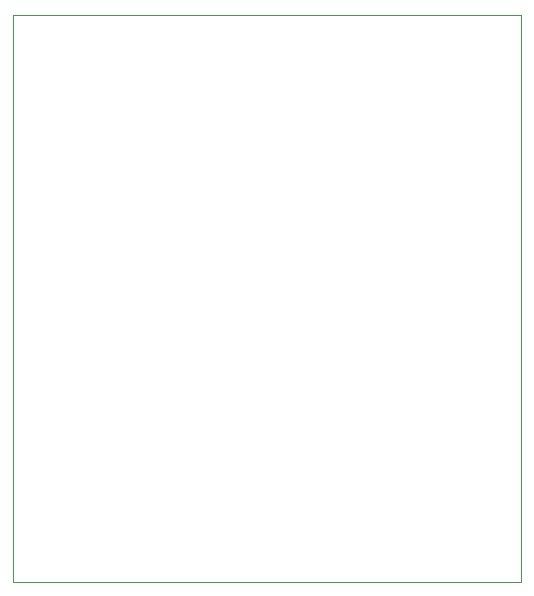
<source format=gbr>
%TF.GenerationSoftware,KiCad,Pcbnew,8.0.5*%
%TF.CreationDate,2025-02-09T09:24:22+08:00*%
%TF.ProjectId,arduino_solar_bikelight_1,61726475-696e-46f5-9f73-6f6c61725f62,rev?*%
%TF.SameCoordinates,Original*%
%TF.FileFunction,Profile,NP*%
%FSLAX46Y46*%
G04 Gerber Fmt 4.6, Leading zero omitted, Abs format (unit mm)*
G04 Created by KiCad (PCBNEW 8.0.5) date 2025-02-09 09:24:22*
%MOMM*%
%LPD*%
G01*
G04 APERTURE LIST*
%TA.AperFunction,Profile*%
%ADD10C,0.050000*%
%TD*%
G04 APERTURE END LIST*
D10*
X141445000Y-58395000D02*
X184445000Y-58395000D01*
X184445000Y-106395000D01*
X141445000Y-106395000D01*
X141445000Y-58395000D01*
M02*

</source>
